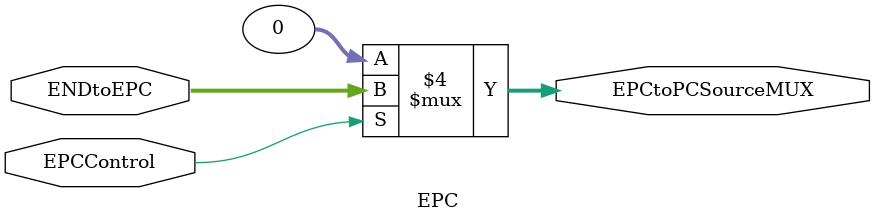
<source format=v>
module EPC(
    input wire [31:0] ENDtoEPC, 
    input wire EPCControl,
    output reg [31:0] EPCtoPCSourceMUX
);

    always @(EPCControl or ENDtoEPC) begin
        if (EPCControl == 1) begin
            EPCtoPCSourceMUX <= ENDtoEPC;
        end
        else begin
            EPCtoPCSourceMUX <= 32'b0;
        end
    end

endmodule

</source>
